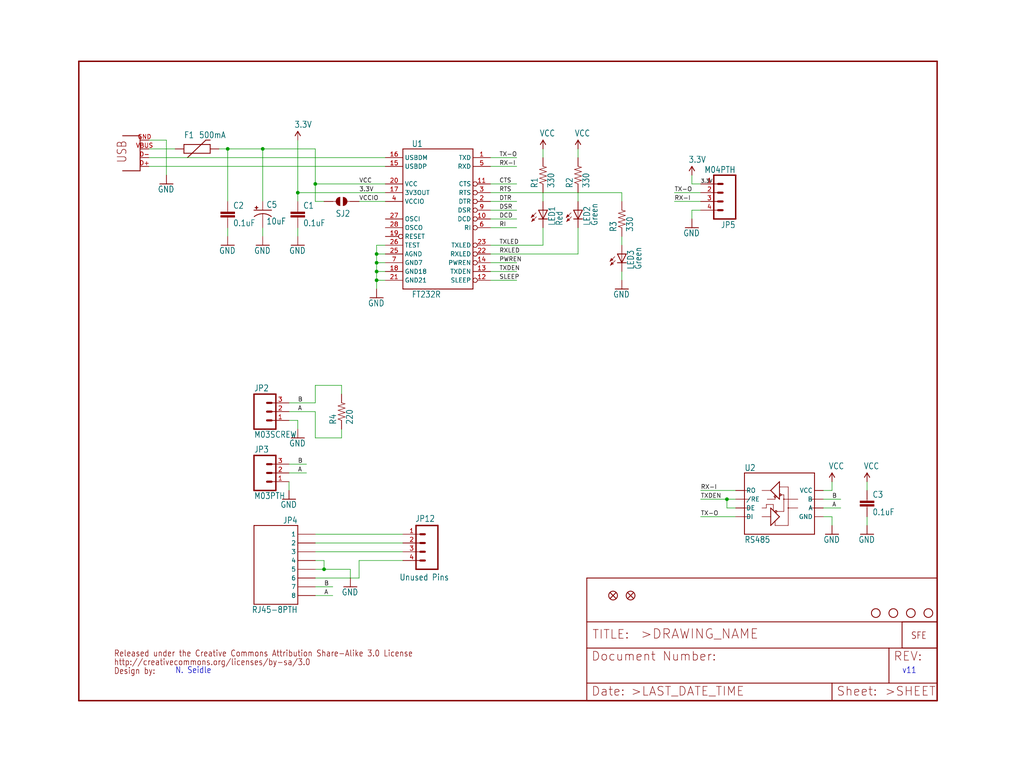
<source format=kicad_sch>
(kicad_sch (version 20211123) (generator eeschema)
  (paper "User" 297.002 223.926)
  (lib_symbols
    (symbol "eagleSchem-eagle-import:CAP0402-CAP"
      (property "Reference" "C" (at 1.524 2.921 0))
      (property "Value" "CAP0402-CAP" (at 1.524 -2.159 0))
      (symbol "CAP0402-CAP_1_0"
        (rectangle (start -2.032 0.508) (end 2.032 1.016) (fill (type outline)))
        (rectangle (start -2.032 1.524) (end 2.032 2.032) (fill (type outline)))
        (polyline (pts (xy 0 0) (xy 0 0.508)) (stroke (width 0.1524)))
        (polyline (pts (xy 0 2.54) (xy 0 2.032)) (stroke (width 0.1524)))
        (pin passive line (at 0 5.08 270) (length 2.54) (name "1") (number "1"))
        (pin passive line (at 0 -2.54 90) (length 2.54) (name "2") (number "2"))
      )
    )
    (symbol "eagleSchem-eagle-import:CAP_POL1206"
      (property "Reference" "C" (at 1.016 0.635 0))
      (property "Value" "CAP_POL1206" (at 1.016 -4.191 0))
      (symbol "CAP_POL1206_1_0"
        (rectangle (start -2.253 0.668) (end -1.364 0.795) (fill (type outline)))
        (rectangle (start -1.872 0.287) (end -1.745 1.176) (fill (type outline)))
        (arc (start 0 -1.0161) (mid -1.3021 -1.2302) (end -2.4669 -1.8504) (stroke (width 0.254)))
        (polyline (pts (xy -2.54 0) (xy 2.54 0)) (stroke (width 0.254)))
        (polyline (pts (xy 0 -1.016) (xy 0 -2.54)) (stroke (width 0.1524)))
        (arc (start 2.4892 -1.8542) (mid 1.3158 -1.2195) (end 0 -1) (stroke (width 0.254)))
        (pin passive line (at 0 2.54 270) (length 2.54) (name "+") (number "A"))
        (pin passive line (at 0 -5.08 90) (length 2.54) (name "-") (number "C"))
      )
    )
    (symbol "eagleSchem-eagle-import:CREATIVE_COMMONS"
      (symbol "CREATIVE_COMMONS_1_0"
        (text "Design by:" (at 0 0 0) (effects (font (size 1.778 1.5113)) (justify left bottom)))
        (text "http://creativecommons.org/licenses/by-sa/3.0" (at 0 2.54 0) (effects (font (size 1.778 1.5113)) (justify left bottom)))
        (text "Released under the Creative Commons Attribution Share-Alike 3.0 License" (at 0 5.08 0) (effects (font (size 1.778 1.5113)) (justify left bottom)))
      )
    )
    (symbol "eagleSchem-eagle-import:FIDUCIAL1X2"
      (symbol "FIDUCIAL1X2_1_0"
        (polyline (pts (xy -0.762 0.762) (xy 0.762 -0.762)) (stroke (width 0.254)))
        (polyline (pts (xy 0.762 0.762) (xy -0.762 -0.762)) (stroke (width 0.254)))
        (circle (center 0 0) (radius 1.27) (stroke (width 0.254)))
      )
    )
    (symbol "eagleSchem-eagle-import:FRAME-LETTER"
      (symbol "FRAME-LETTER_1_0"
        (polyline (pts (xy 0 0) (xy 248.92 0)) (stroke (width 0.4064)))
        (polyline (pts (xy 0 185.42) (xy 0 0)) (stroke (width 0.4064)))
        (polyline (pts (xy 0 185.42) (xy 248.92 185.42)) (stroke (width 0.4064)))
        (polyline (pts (xy 248.92 185.42) (xy 248.92 0)) (stroke (width 0.4064)))
      )
      (symbol "FRAME-LETTER_2_0"
        (polyline (pts (xy 0 0) (xy 0 5.08)) (stroke (width 0.254)))
        (polyline (pts (xy 0 0) (xy 71.12 0)) (stroke (width 0.254)))
        (polyline (pts (xy 0 5.08) (xy 0 15.24)) (stroke (width 0.254)))
        (polyline (pts (xy 0 5.08) (xy 71.12 5.08)) (stroke (width 0.254)))
        (polyline (pts (xy 0 15.24) (xy 0 22.86)) (stroke (width 0.254)))
        (polyline (pts (xy 0 22.86) (xy 0 35.56)) (stroke (width 0.254)))
        (polyline (pts (xy 0 22.86) (xy 101.6 22.86)) (stroke (width 0.254)))
        (polyline (pts (xy 71.12 0) (xy 101.6 0)) (stroke (width 0.254)))
        (polyline (pts (xy 71.12 5.08) (xy 71.12 0)) (stroke (width 0.254)))
        (polyline (pts (xy 71.12 5.08) (xy 87.63 5.08)) (stroke (width 0.254)))
        (polyline (pts (xy 87.63 5.08) (xy 101.6 5.08)) (stroke (width 0.254)))
        (polyline (pts (xy 87.63 15.24) (xy 0 15.24)) (stroke (width 0.254)))
        (polyline (pts (xy 87.63 15.24) (xy 87.63 5.08)) (stroke (width 0.254)))
        (polyline (pts (xy 101.6 5.08) (xy 101.6 0)) (stroke (width 0.254)))
        (polyline (pts (xy 101.6 15.24) (xy 87.63 15.24)) (stroke (width 0.254)))
        (polyline (pts (xy 101.6 15.24) (xy 101.6 5.08)) (stroke (width 0.254)))
        (polyline (pts (xy 101.6 22.86) (xy 101.6 15.24)) (stroke (width 0.254)))
        (polyline (pts (xy 101.6 35.56) (xy 0 35.56)) (stroke (width 0.254)))
        (polyline (pts (xy 101.6 35.56) (xy 101.6 22.86)) (stroke (width 0.254)))
        (text ">DRAWING_NAME" (at 15.494 17.78 0) (effects (font (size 2.7432 2.7432)) (justify left bottom)))
        (text ">LAST_DATE_TIME" (at 12.7 1.27 0) (effects (font (size 2.54 2.54)) (justify left bottom)))
        (text ">SHEET" (at 86.36 1.27 0) (effects (font (size 2.54 2.54)) (justify left bottom)))
        (text "Date:" (at 1.27 1.27 0) (effects (font (size 2.54 2.54)) (justify left bottom)))
        (text "Document Number:" (at 1.27 11.43 0) (effects (font (size 2.54 2.54)) (justify left bottom)))
        (text "REV:" (at 88.9 11.43 0) (effects (font (size 2.54 2.54)) (justify left bottom)))
        (text "Sheet:" (at 72.39 1.27 0) (effects (font (size 2.54 2.54)) (justify left bottom)))
        (text "TITLE:" (at 1.524 17.78 0) (effects (font (size 2.54 2.54)) (justify left bottom)))
      )
    )
    (symbol "eagleSchem-eagle-import:FT232RLSSOP"
      (property "Reference" "IC" (at -7.62 20.828 0))
      (property "Value" "FT232RLSSOP" (at -7.62 -22.86 0))
      (symbol "FT232RLSSOP_1_0"
        (polyline (pts (xy -10.16 -20.32) (xy -10.16 20.32)) (stroke (width 0.254)))
        (polyline (pts (xy -10.16 20.32) (xy 10.16 20.32)) (stroke (width 0.254)))
        (polyline (pts (xy 10.16 -20.32) (xy -10.16 -20.32)) (stroke (width 0.254)))
        (polyline (pts (xy 10.16 20.32) (xy 10.16 -20.32)) (stroke (width 0.254)))
        (pin output line (at 15.24 17.78 180) (length 5.08) (name "TXD") (number "1"))
        (pin input inverted (at 15.24 0 180) (length 5.08) (name "DCD") (number "10"))
        (pin input inverted (at 15.24 10.16 180) (length 5.08) (name "CTS") (number "11"))
        (pin input inverted (at 15.24 -17.78 180) (length 5.08) (name "SLEEP") (number "12"))
        (pin input line (at 15.24 -15.24 180) (length 5.08) (name "TXDEN") (number "13"))
        (pin input inverted (at 15.24 -12.7 180) (length 5.08) (name "PWREN") (number "14"))
        (pin bidirectional line (at -15.24 15.24 0) (length 5.08) (name "USBDP") (number "15"))
        (pin bidirectional line (at -15.24 17.78 0) (length 5.08) (name "USBDM") (number "16"))
        (pin output line (at -15.24 7.62 0) (length 5.08) (name "3V3OUT") (number "17"))
        (pin power_in line (at -15.24 -15.24 0) (length 5.08) (name "GND18") (number "18"))
        (pin input inverted (at -15.24 -5.08 0) (length 5.08) (name "RESET") (number "19"))
        (pin output inverted (at 15.24 5.08 180) (length 5.08) (name "DTR") (number "2"))
        (pin power_in line (at -15.24 10.16 0) (length 5.08) (name "VCC") (number "20"))
        (pin power_in line (at -15.24 -17.78 0) (length 5.08) (name "GND21") (number "21"))
        (pin input inverted (at 15.24 -10.16 180) (length 5.08) (name "RXLED") (number "22"))
        (pin input inverted (at 15.24 -7.62 180) (length 5.08) (name "TXLED") (number "23"))
        (pin power_in line (at -15.24 -10.16 0) (length 5.08) (name "AGND") (number "25"))
        (pin input line (at -15.24 -7.62 0) (length 5.08) (name "TEST") (number "26"))
        (pin input line (at -15.24 0 0) (length 5.08) (name "OSCI") (number "27"))
        (pin output line (at -15.24 -2.54 0) (length 5.08) (name "OSCO") (number "28"))
        (pin output inverted (at 15.24 7.62 180) (length 5.08) (name "RTS") (number "3"))
        (pin power_in line (at -15.24 5.08 0) (length 5.08) (name "VCCIO") (number "4"))
        (pin input line (at 15.24 15.24 180) (length 5.08) (name "RXD") (number "5"))
        (pin input inverted (at 15.24 -2.54 180) (length 5.08) (name "RI") (number "6"))
        (pin power_in line (at -15.24 -12.7 0) (length 5.08) (name "GND7") (number "7"))
        (pin input inverted (at 15.24 2.54 180) (length 5.08) (name "DSR") (number "9"))
      )
    )
    (symbol "eagleSchem-eagle-import:GND" (power)
      (property "Value" "GND" (at -2.54 -2.54 0))
      (symbol "GND_1_0"
        (polyline (pts (xy -1.905 0) (xy 1.905 0)) (stroke (width 0.254)))
        (pin power_in line (at 0 2.54 270) (length 2.54) (name "GND") (number "1"))
      )
    )
    (symbol "eagleSchem-eagle-import:LED0603"
      (property "Reference" "LED" (at 3.556 -4.572 90))
      (property "Value" "LED0603" (at 5.715 -4.572 90))
      (symbol "LED0603_1_0"
        (polyline (pts (xy -2.032 -0.762) (xy -3.429 -2.159)) (stroke (width 0.1524)))
        (polyline (pts (xy -1.905 -1.905) (xy -3.302 -3.302)) (stroke (width 0.1524)))
        (polyline (pts (xy 0 -2.54) (xy -1.27 -2.54)) (stroke (width 0.254)))
        (polyline (pts (xy 0 -2.54) (xy -1.27 0)) (stroke (width 0.254)))
        (polyline (pts (xy 0 0) (xy -1.27 0)) (stroke (width 0.254)))
        (polyline (pts (xy 0 0) (xy 0 -2.54)) (stroke (width 0.1524)))
        (polyline (pts (xy 1.27 -2.54) (xy 0 -2.54)) (stroke (width 0.254)))
        (polyline (pts (xy 1.27 0) (xy 0 -2.54)) (stroke (width 0.254)))
        (polyline (pts (xy 1.27 0) (xy 0 0)) (stroke (width 0.254)))
        (polyline (pts (xy -3.429 -2.159) (xy -3.048 -1.27) (xy -2.54 -1.778)) (fill (type outline)))
        (polyline (pts (xy -3.302 -3.302) (xy -2.921 -2.413) (xy -2.413 -2.921)) (fill (type outline)))
        (pin passive line (at 0 2.54 270) (length 2.54) (name "A") (number "A"))
        (pin passive line (at 0 -5.08 90) (length 2.54) (name "C") (number "C"))
      )
    )
    (symbol "eagleSchem-eagle-import:LOGO-SFENEW"
      (symbol "LOGO-SFENEW_1_0"
        (polyline (pts (xy -2.54 -2.54) (xy 7.62 -2.54)) (stroke (width 0.254)))
        (polyline (pts (xy -2.54 5.08) (xy -2.54 -2.54)) (stroke (width 0.254)))
        (polyline (pts (xy 7.62 -2.54) (xy 7.62 5.08)) (stroke (width 0.254)))
        (polyline (pts (xy 7.62 5.08) (xy -2.54 5.08)) (stroke (width 0.254)))
        (text "SFE" (at 0 0 0) (effects (font (size 1.9304 1.6408)) (justify left bottom)))
      )
    )
    (symbol "eagleSchem-eagle-import:M03PTH"
      (property "Reference" "JP" (at -2.54 5.842 0))
      (property "Value" "M03PTH" (at -2.54 -7.62 0))
      (symbol "M03PTH_1_0"
        (polyline (pts (xy -2.54 5.08) (xy -2.54 -5.08)) (stroke (width 0.4064)))
        (polyline (pts (xy -2.54 5.08) (xy 3.81 5.08)) (stroke (width 0.4064)))
        (polyline (pts (xy 1.27 -2.54) (xy 2.54 -2.54)) (stroke (width 0.6096)))
        (polyline (pts (xy 1.27 0) (xy 2.54 0)) (stroke (width 0.6096)))
        (polyline (pts (xy 1.27 2.54) (xy 2.54 2.54)) (stroke (width 0.6096)))
        (polyline (pts (xy 3.81 -5.08) (xy -2.54 -5.08)) (stroke (width 0.4064)))
        (polyline (pts (xy 3.81 -5.08) (xy 3.81 5.08)) (stroke (width 0.4064)))
        (pin passive line (at 7.62 -2.54 180) (length 5.08) (name "1") (number "1"))
        (pin passive line (at 7.62 0 180) (length 5.08) (name "2") (number "2"))
        (pin passive line (at 7.62 2.54 180) (length 5.08) (name "3") (number "3"))
      )
    )
    (symbol "eagleSchem-eagle-import:M03SCREW"
      (property "Reference" "JP" (at -2.54 5.842 0))
      (property "Value" "M03SCREW" (at -2.54 -7.62 0))
      (symbol "M03SCREW_1_0"
        (polyline (pts (xy -2.54 5.08) (xy -2.54 -5.08)) (stroke (width 0.4064)))
        (polyline (pts (xy -2.54 5.08) (xy 3.81 5.08)) (stroke (width 0.4064)))
        (polyline (pts (xy 1.27 -2.54) (xy 2.54 -2.54)) (stroke (width 0.6096)))
        (polyline (pts (xy 1.27 0) (xy 2.54 0)) (stroke (width 0.6096)))
        (polyline (pts (xy 1.27 2.54) (xy 2.54 2.54)) (stroke (width 0.6096)))
        (polyline (pts (xy 3.81 -5.08) (xy -2.54 -5.08)) (stroke (width 0.4064)))
        (polyline (pts (xy 3.81 -5.08) (xy 3.81 5.08)) (stroke (width 0.4064)))
        (pin passive line (at 7.62 -2.54 180) (length 5.08) (name "1") (number "1"))
        (pin passive line (at 7.62 0 180) (length 5.08) (name "2") (number "2"))
        (pin passive line (at 7.62 2.54 180) (length 5.08) (name "3") (number "3"))
      )
    )
    (symbol "eagleSchem-eagle-import:M04PTH"
      (property "Reference" "JP" (at -5.08 8.382 0))
      (property "Value" "M04PTH" (at -5.08 -7.62 0))
      (symbol "M04PTH_1_0"
        (polyline (pts (xy -5.08 7.62) (xy -5.08 -5.08)) (stroke (width 0.4064)))
        (polyline (pts (xy -5.08 7.62) (xy 1.27 7.62)) (stroke (width 0.4064)))
        (polyline (pts (xy -1.27 -2.54) (xy 0 -2.54)) (stroke (width 0.6096)))
        (polyline (pts (xy -1.27 0) (xy 0 0)) (stroke (width 0.6096)))
        (polyline (pts (xy -1.27 2.54) (xy 0 2.54)) (stroke (width 0.6096)))
        (polyline (pts (xy -1.27 5.08) (xy 0 5.08)) (stroke (width 0.6096)))
        (polyline (pts (xy 1.27 -5.08) (xy -5.08 -5.08)) (stroke (width 0.4064)))
        (polyline (pts (xy 1.27 -5.08) (xy 1.27 7.62)) (stroke (width 0.4064)))
        (pin passive line (at 5.08 -2.54 180) (length 5.08) (name "1") (number "1"))
        (pin passive line (at 5.08 0 180) (length 5.08) (name "2") (number "2"))
        (pin passive line (at 5.08 2.54 180) (length 5.08) (name "3") (number "3"))
        (pin passive line (at 5.08 5.08 180) (length 5.08) (name "4") (number "4"))
      )
    )
    (symbol "eagleSchem-eagle-import:PTCSMD"
      (property "Reference" "F" (at -2.54 3.048 0))
      (property "Value" "PTCSMD" (at -3.302 -5.08 0))
      (symbol "PTCSMD_1_0"
        (polyline (pts (xy -2.54 -1.27) (xy -2.54 1.27)) (stroke (width 0.254)))
        (polyline (pts (xy -2.54 1.27) (xy 5.08 1.27)) (stroke (width 0.254)))
        (polyline (pts (xy -1.524 -2.54) (xy 3.81 2.54)) (stroke (width 0.254)))
        (polyline (pts (xy 3.81 2.54) (xy 5.08 2.54)) (stroke (width 0.254)))
        (polyline (pts (xy 5.08 -1.27) (xy -2.54 -1.27)) (stroke (width 0.254)))
        (polyline (pts (xy 5.08 1.27) (xy 5.08 -1.27)) (stroke (width 0.254)))
        (pin bidirectional line (at -5.08 0 0) (length 2.54) (name "1") (number "1"))
        (pin bidirectional line (at 7.62 0 180) (length 2.54) (name "2") (number "2"))
      )
    )
    (symbol "eagleSchem-eagle-import:RESISTOR0402-RES"
      (property "Reference" "R" (at -3.81 1.4986 0))
      (property "Value" "RESISTOR0402-RES" (at -3.81 -3.302 0))
      (symbol "RESISTOR0402-RES_1_0"
        (polyline (pts (xy -2.54 0) (xy -2.159 1.016)) (stroke (width 0.1524)))
        (polyline (pts (xy -2.159 1.016) (xy -1.524 -1.016)) (stroke (width 0.1524)))
        (polyline (pts (xy -1.524 -1.016) (xy -0.889 1.016)) (stroke (width 0.1524)))
        (polyline (pts (xy -0.889 1.016) (xy -0.254 -1.016)) (stroke (width 0.1524)))
        (polyline (pts (xy -0.254 -1.016) (xy 0.381 1.016)) (stroke (width 0.1524)))
        (polyline (pts (xy 0.381 1.016) (xy 1.016 -1.016)) (stroke (width 0.1524)))
        (polyline (pts (xy 1.016 -1.016) (xy 1.651 1.016)) (stroke (width 0.1524)))
        (polyline (pts (xy 1.651 1.016) (xy 2.286 -1.016)) (stroke (width 0.1524)))
        (polyline (pts (xy 2.286 -1.016) (xy 2.54 0)) (stroke (width 0.1524)))
        (pin passive line (at -5.08 0 0) (length 2.54) (name "1") (number "1"))
        (pin passive line (at 5.08 0 180) (length 2.54) (name "2") (number "2"))
      )
    )
    (symbol "eagleSchem-eagle-import:RJ45-8PTH"
      (property "Value" "RJ45-8PTH" (at -7.62 -12.7 0))
      (symbol "RJ45-8PTH_1_0"
        (polyline (pts (xy -7.62 -10.16) (xy 5.08 -10.16)) (stroke (width 0.254)))
        (polyline (pts (xy -7.62 12.7) (xy -7.62 -10.16)) (stroke (width 0.254)))
        (polyline (pts (xy 5.08 -10.16) (xy 5.08 12.7)) (stroke (width 0.254)))
        (polyline (pts (xy 5.08 12.7) (xy -7.62 12.7)) (stroke (width 0.254)))
        (pin bidirectional line (at -12.7 10.16 0) (length 5.08) (name "1") (number "1"))
        (pin bidirectional line (at -12.7 7.62 0) (length 5.08) (name "2") (number "2"))
        (pin bidirectional line (at -12.7 5.08 0) (length 5.08) (name "3") (number "3"))
        (pin bidirectional line (at -12.7 2.54 0) (length 5.08) (name "4") (number "4"))
        (pin bidirectional line (at -12.7 0 0) (length 5.08) (name "5") (number "5"))
        (pin bidirectional line (at -12.7 -2.54 0) (length 5.08) (name "6") (number "6"))
        (pin bidirectional line (at -12.7 -5.08 0) (length 5.08) (name "7") (number "7"))
        (pin bidirectional line (at -12.7 -7.62 0) (length 5.08) (name "8") (number "8"))
      )
    )
    (symbol "eagleSchem-eagle-import:RS485SOIC"
      (property "Value" "RS485SOIC" (at -7.62 -12.7 0))
      (symbol "RS485SOIC_1_0"
        (polyline (pts (xy -7.62 -10.16) (xy -7.62 -5.08)) (stroke (width 0.254)))
        (polyline (pts (xy -7.62 -5.08) (xy -7.62 -2.54)) (stroke (width 0.254)))
        (polyline (pts (xy -7.62 -5.08) (xy -6.096 -5.08)) (stroke (width 0.1524)))
        (polyline (pts (xy -7.62 -2.54) (xy -7.62 0)) (stroke (width 0.254)))
        (polyline (pts (xy -7.62 -2.54) (xy -6.096 -2.54)) (stroke (width 0.1524)))
        (polyline (pts (xy -7.62 0) (xy -7.62 2.54)) (stroke (width 0.254)))
        (polyline (pts (xy -7.62 0) (xy -6.096 0)) (stroke (width 0.1524)))
        (polyline (pts (xy -7.62 2.54) (xy -7.62 7.62)) (stroke (width 0.254)))
        (polyline (pts (xy -7.62 2.54) (xy -6.096 2.54)) (stroke (width 0.1524)))
        (polyline (pts (xy -7.62 7.62) (xy 12.7 7.62)) (stroke (width 0.254)))
        (polyline (pts (xy -2.54 2.54) (xy 0 2.54)) (stroke (width 0.1524)))
        (polyline (pts (xy -1.27 -2.54) (xy -2.54 -2.54)) (stroke (width 0.1524)))
        (polyline (pts (xy -1.27 -2.54) (xy -1.27 -1.524)) (stroke (width 0.1524)))
        (polyline (pts (xy -1.27 -1.524) (xy 0.762 -1.524)) (stroke (width 0.1524)))
        (polyline (pts (xy 0 -7.62) (xy 1.27 -6.35)) (stroke (width 0.254)))
        (polyline (pts (xy 0 -5.08) (xy -2.54 -5.08)) (stroke (width 0.1524)))
        (polyline (pts (xy 0 -5.08) (xy 0 -7.62)) (stroke (width 0.254)))
        (polyline (pts (xy 0 -2.54) (xy 0 -5.08)) (stroke (width 0.254)))
        (polyline (pts (xy 0 2.54) (xy 2.54 0)) (stroke (width 0.254)))
        (polyline (pts (xy 0.762 -3.302) (xy 0 -2.54)) (stroke (width 0.254)))
        (polyline (pts (xy 0.762 -1.524) (xy 0.762 -3.302)) (stroke (width 0.1524)))
        (polyline (pts (xy 1.27 -7.62) (xy 5.08 -7.62)) (stroke (width 0.1524)))
        (polyline (pts (xy 1.27 -6.35) (xy 1.27 -7.62)) (stroke (width 0.1524)))
        (polyline (pts (xy 1.27 -6.35) (xy 2.54 -5.08)) (stroke (width 0.254)))
        (polyline (pts (xy 1.27 0) (xy -1.016 0)) (stroke (width 0.1524)))
        (polyline (pts (xy 1.27 0.508) (xy 1.27 0)) (stroke (width 0.1524)))
        (polyline (pts (xy 1.778 -3.556) (xy 3.81 -3.556)) (stroke (width 0.1524)))
        (polyline (pts (xy 2.54 -5.08) (xy 0.762 -3.302)) (stroke (width 0.254)))
        (polyline (pts (xy 2.54 3.556) (xy 2.54 0)) (stroke (width 0.254)))
        (polyline (pts (xy 2.54 5.08) (xy 0 2.54)) (stroke (width 0.254)))
        (polyline (pts (xy 2.54 5.08) (xy 2.54 3.556)) (stroke (width 0.254)))
        (polyline (pts (xy 3.81 -3.556) (xy 3.81 0)) (stroke (width 0.1524)))
        (polyline (pts (xy 3.81 0) (xy 3.81 1.27)) (stroke (width 0.1524)))
        (polyline (pts (xy 3.81 0) (xy 7.874 0)) (stroke (width 0.1524)))
        (polyline (pts (xy 3.81 1.27) (xy 3.048 1.27)) (stroke (width 0.1524)))
        (polyline (pts (xy 5.08 -2.54) (xy 5.08 -7.62)) (stroke (width 0.1524)))
        (polyline (pts (xy 5.08 -2.54) (xy 5.08 3.556)) (stroke (width 0.1524)))
        (polyline (pts (xy 5.08 -2.54) (xy 7.874 -2.54)) (stroke (width 0.1524)))
        (polyline (pts (xy 5.08 3.556) (xy 2.54 3.556)) (stroke (width 0.1524)))
        (polyline (pts (xy 12.7 -10.16) (xy -7.62 -10.16)) (stroke (width 0.254)))
        (polyline (pts (xy 12.7 -2.54) (xy 11.176 -2.54)) (stroke (width 0.1524)))
        (polyline (pts (xy 12.7 -2.54) (xy 12.7 -10.16)) (stroke (width 0.254)))
        (polyline (pts (xy 12.7 0) (xy 11.176 0)) (stroke (width 0.1524)))
        (polyline (pts (xy 12.7 0) (xy 12.7 -2.54)) (stroke (width 0.254)))
        (polyline (pts (xy 12.7 7.62) (xy 12.7 0)) (stroke (width 0.254)))
        (circle (center 1.27 0.762) (radius 0.254) (stroke (width 0.254)))
        (circle (center 1.524 -3.556) (radius 0.254) (stroke (width 0.254)))
        (circle (center 2.794 1.27) (radius 0.254) (stroke (width 0.254)))
        (circle (center 3.81 0) (radius 0.127) (stroke (width 0.1524)))
        (circle (center 5.08 -2.54) (radius 0.127) (stroke (width 0.1524)))
        (pin bidirectional line (at -10.16 2.54 0) (length 2.54) (name "RO") (number "1"))
        (pin bidirectional line (at -10.16 0 0) (length 2.54) (name "/RE") (number "2"))
        (pin bidirectional line (at -10.16 -2.54 0) (length 2.54) (name "DE") (number "3"))
        (pin bidirectional line (at -10.16 -5.08 0) (length 2.54) (name "DI") (number "4"))
        (pin bidirectional line (at 15.24 -5.08 180) (length 2.54) (name "GND") (number "5"))
        (pin bidirectional line (at 15.24 -2.54 180) (length 2.54) (name "A") (number "6"))
        (pin bidirectional line (at 15.24 0 180) (length 2.54) (name "B") (number "7"))
        (pin bidirectional line (at 15.24 2.54 180) (length 2.54) (name "VCC") (number "8"))
      )
    )
    (symbol "eagleSchem-eagle-import:SOLDERJUMPERNC2"
      (property "Reference" "SJ" (at -2.54 2.54 0))
      (symbol "SOLDERJUMPERNC2_1_0"
        (arc (start -0.381 1.2699) (mid -1.6508 0) (end -0.381 -1.2699) (stroke (width 0.0001)) (fill (type outline)))
        (polyline (pts (xy -2.54 0) (xy -1.651 0)) (stroke (width 0.1524)))
        (polyline (pts (xy 2.54 0) (xy 1.651 0)) (stroke (width 0.1524)))
        (arc (start 0.381 -1.2699) (mid 1.6508 0) (end 0.381 1.2699) (stroke (width 0.0001)) (fill (type outline)))
        (pin passive line (at -5.08 0 0) (length 2.54) (name "1") (number "1"))
        (pin passive line (at 5.08 0 180) (length 2.54) (name "2") (number "2"))
      )
    )
    (symbol "eagleSchem-eagle-import:STAND-OFF"
      (symbol "STAND-OFF_1_0"
        (circle (center 0 0) (radius 1.27) (stroke (width 0.254)))
      )
    )
    (symbol "eagleSchem-eagle-import:USBSMD"
      (symbol "USBSMD_1_0"
        (polyline (pts (xy 0 -1.27) (xy 5.08 -1.27)) (stroke (width 0.254)))
        (polyline (pts (xy 0 8.89) (xy 0 -1.27)) (stroke (width 0.254)))
        (polyline (pts (xy 5.08 8.89) (xy 0 8.89)) (stroke (width 0.254)))
        (text "USB" (at 3.81 0 900) (effects (font (size 2.54 2.159)) (justify left bottom)))
        (pin bidirectional line (at -2.54 7.62 0) (length 2.54) (name "D+") (number "D+"))
        (pin bidirectional line (at -2.54 5.08 0) (length 2.54) (name "D-") (number "D-"))
        (pin bidirectional line (at -2.54 0 0) (length 2.54) (name "GND") (number "GND"))
        (pin bidirectional line (at -2.54 2.54 0) (length 2.54) (name "VBUS") (number "VBUS"))
      )
    )
    (symbol "eagleSchem-eagle-import:VCC" (power)
      (property "Value" "VCC" (at -1.016 3.556 0))
      (symbol "VCC_1_0"
        (polyline (pts (xy 0 2.54) (xy -0.762 1.27)) (stroke (width 0.254)))
        (polyline (pts (xy 0.762 1.27) (xy 0 2.54)) (stroke (width 0.254)))
        (pin power_in line (at 0 0 90) (length 2.54) (name "VCC") (number "1"))
      )
    )
  )
  (junction (at 93.98 165.1))
  (junction (at 109.22 81.28))
  (junction (at 109.22 78.74))
  (junction (at 91.44 53.34))
  (junction (at 210.82 144.78))
  (junction (at 86.36 55.88))
  (junction (at 66.04 43.18))
  (junction (at 109.22 76.2))
  (junction (at 109.22 73.66))
  (junction (at 76.2 43.18))
  (wire (pts (xy 91.44 172.72) (xy 96.52 172.72)))
  (wire (pts (xy 180.34 71.12) (xy 180.34 68.58)))
  (wire (pts (xy 63.5 43.18) (xy 66.04 43.18)))
  (wire (pts (xy 83.82 137.16) (xy 88.9 137.16)))
  (wire (pts (xy 213.36 142.24) (xy 203.2 142.24)))
  (wire (pts (xy 109.22 81.28) (xy 109.22 78.74)))
  (wire (pts (xy 142.24 45.72) (xy 149.86 45.72)))
  (wire (pts (xy 91.44 154.94) (xy 116.84 154.94)))
  (wire (pts (xy 111.76 45.72) (xy 43.18 45.72)))
  (wire (pts (xy 213.36 144.78) (xy 210.82 144.78)))
  (wire (pts (xy 91.44 167.64) (xy 104.14 167.64)))
  (wire (pts (xy 83.82 121.92) (xy 86.36 121.92)))
  (wire (pts (xy 86.36 66.04) (xy 86.36 68.58)))
  (wire (pts (xy 91.44 43.18) (xy 91.44 53.34)))
  (wire (pts (xy 238.76 147.32) (xy 243.84 147.32)))
  (wire (pts (xy 109.22 76.2) (xy 111.76 76.2)))
  (wire (pts (xy 50.8 43.18) (xy 43.18 43.18)))
  (wire (pts (xy 241.3 149.86) (xy 238.76 149.86)))
  (wire (pts (xy 91.44 116.84) (xy 91.44 111.76)))
  (wire (pts (xy 76.2 43.18) (xy 91.44 43.18)))
  (wire (pts (xy 238.76 144.78) (xy 243.84 144.78)))
  (wire (pts (xy 86.36 40.64) (xy 86.36 55.88)))
  (wire (pts (xy 167.64 73.66) (xy 167.64 66.04)))
  (wire (pts (xy 111.76 78.74) (xy 109.22 78.74)))
  (wire (pts (xy 213.36 147.32) (xy 210.82 147.32)))
  (wire (pts (xy 142.24 53.34) (xy 149.86 53.34)))
  (wire (pts (xy 180.34 81.28) (xy 180.34 78.74)))
  (wire (pts (xy 43.18 40.64) (xy 48.26 40.64)))
  (wire (pts (xy 142.24 60.96) (xy 149.86 60.96)))
  (wire (pts (xy 91.44 157.48) (xy 116.84 157.48)))
  (wire (pts (xy 101.6 165.1) (xy 101.6 167.64)))
  (wire (pts (xy 86.36 55.88) (xy 86.36 58.42)))
  (wire (pts (xy 157.48 43.18) (xy 157.48 45.72)))
  (wire (pts (xy 91.44 165.1) (xy 93.98 165.1)))
  (wire (pts (xy 109.22 71.12) (xy 109.22 73.66)))
  (wire (pts (xy 109.22 73.66) (xy 109.22 76.2)))
  (wire (pts (xy 142.24 58.42) (xy 149.86 58.42)))
  (wire (pts (xy 157.48 55.88) (xy 157.48 58.42)))
  (wire (pts (xy 203.2 53.34) (xy 200.66 53.34)))
  (wire (pts (xy 91.44 58.42) (xy 91.44 53.34)))
  (wire (pts (xy 91.44 160.02) (xy 116.84 160.02)))
  (wire (pts (xy 91.44 170.18) (xy 96.52 170.18)))
  (wire (pts (xy 167.64 55.88) (xy 167.64 58.42)))
  (wire (pts (xy 66.04 66.04) (xy 66.04 68.58)))
  (wire (pts (xy 241.3 142.24) (xy 241.3 139.7)))
  (wire (pts (xy 167.64 43.18) (xy 167.64 45.72)))
  (wire (pts (xy 76.2 68.58) (xy 76.2 66.04)))
  (wire (pts (xy 200.66 53.34) (xy 200.66 50.8)))
  (wire (pts (xy 238.76 142.24) (xy 241.3 142.24)))
  (wire (pts (xy 83.82 116.84) (xy 91.44 116.84)))
  (wire (pts (xy 142.24 78.74) (xy 149.86 78.74)))
  (wire (pts (xy 104.14 162.56) (xy 116.84 162.56)))
  (wire (pts (xy 83.82 139.7) (xy 83.82 142.24)))
  (wire (pts (xy 99.06 127) (xy 99.06 124.46)))
  (wire (pts (xy 210.82 144.78) (xy 203.2 144.78)))
  (wire (pts (xy 142.24 66.04) (xy 149.86 66.04)))
  (wire (pts (xy 99.06 111.76) (xy 99.06 114.3)))
  (wire (pts (xy 66.04 58.42) (xy 66.04 43.18)))
  (wire (pts (xy 210.82 147.32) (xy 210.82 144.78)))
  (wire (pts (xy 142.24 48.26) (xy 149.86 48.26)))
  (wire (pts (xy 251.46 152.4) (xy 251.46 149.86)))
  (wire (pts (xy 180.34 55.88) (xy 180.34 58.42)))
  (wire (pts (xy 109.22 83.82) (xy 109.22 81.28)))
  (wire (pts (xy 142.24 81.28) (xy 149.86 81.28)))
  (wire (pts (xy 91.44 162.56) (xy 93.98 162.56)))
  (wire (pts (xy 203.2 60.96) (xy 200.66 60.96)))
  (wire (pts (xy 111.76 55.88) (xy 86.36 55.88)))
  (wire (pts (xy 157.48 71.12) (xy 157.48 66.04)))
  (wire (pts (xy 203.2 55.88) (xy 195.58 55.88)))
  (wire (pts (xy 76.2 58.42) (xy 76.2 43.18)))
  (wire (pts (xy 111.76 81.28) (xy 109.22 81.28)))
  (wire (pts (xy 91.44 111.76) (xy 99.06 111.76)))
  (wire (pts (xy 142.24 71.12) (xy 157.48 71.12)))
  (wire (pts (xy 86.36 121.92) (xy 86.36 124.46)))
  (wire (pts (xy 48.26 40.64) (xy 48.26 50.8)))
  (wire (pts (xy 142.24 63.5) (xy 149.86 63.5)))
  (wire (pts (xy 83.82 119.38) (xy 91.44 119.38)))
  (wire (pts (xy 93.98 162.56) (xy 93.98 165.1)))
  (wire (pts (xy 111.76 71.12) (xy 109.22 71.12)))
  (wire (pts (xy 142.24 76.2) (xy 149.86 76.2)))
  (wire (pts (xy 203.2 58.42) (xy 195.58 58.42)))
  (wire (pts (xy 200.66 60.96) (xy 200.66 63.5)))
  (wire (pts (xy 142.24 55.88) (xy 180.34 55.88)))
  (wire (pts (xy 104.14 167.64) (xy 104.14 162.56)))
  (wire (pts (xy 142.24 73.66) (xy 167.64 73.66)))
  (wire (pts (xy 109.22 78.74) (xy 109.22 76.2)))
  (wire (pts (xy 241.3 149.86) (xy 241.3 152.4)))
  (wire (pts (xy 93.98 165.1) (xy 101.6 165.1)))
  (wire (pts (xy 91.44 127) (xy 99.06 127)))
  (wire (pts (xy 93.98 58.42) (xy 91.44 58.42)))
  (wire (pts (xy 91.44 119.38) (xy 91.44 127)))
  (wire (pts (xy 104.14 58.42) (xy 111.76 58.42)))
  (wire (pts (xy 66.04 43.18) (xy 76.2 43.18)))
  (wire (pts (xy 109.22 73.66) (xy 111.76 73.66)))
  (wire (pts (xy 213.36 149.86) (xy 203.2 149.86)))
  (wire (pts (xy 251.46 139.7) (xy 251.46 142.24)))
  (wire (pts (xy 111.76 48.26) (xy 43.18 48.26)))
  (wire (pts (xy 83.82 134.62) (xy 88.9 134.62)))
  (wire (pts (xy 91.44 53.34) (xy 111.76 53.34)))
  (text "v11" (at 261.62 195.58 180) (effects (font (size 1.778 1.5113)) (justify left bottom)))
  (text "N. Seidle" (at 50.8 195.58 180) (effects (font (size 1.778 1.5113)) (justify left bottom)))
  (label "RX-I" (at 195.58 58.42 0) (effects (font (size 1.2446 1.2446))))
  (label "VCC" (at 104.14 53.34 0) (effects (font (size 1.2446 1.2446))))
  (label "TX-O" (at 195.58 55.88 0) (effects (font (size 1.2446 1.2446))))
  (label "3.3V" (at 104.14 55.88 0) (effects (font (size 1.2446 1.2446))))
  (label "SLEEP" (at 144.78 81.28 0) (effects (font (size 1.2446 1.2446))))
  (label "TX-O" (at 144.78 45.72 0) (effects (font (size 1.2446 1.2446))))
  (label "DSR" (at 144.78 60.96 0) (effects (font (size 1.2446 1.2446))))
  (label "A" (at 93.98 172.72 0) (effects (font (size 1.2446 1.2446))))
  (label "PWREN" (at 144.78 76.2 0) (effects (font (size 1.2446 1.2446))))
  (label "B" (at 93.98 170.18 0) (effects (font (size 1.2446 1.2446))))
  (label "A" (at 86.36 137.16 0) (effects (font (size 1.2446 1.2446))))
  (label "A" (at 241.3 147.32 0) (effects (font (size 1.2446 1.2446))))
  (label "B" (at 241.3 144.78 0) (effects (font (size 1.2446 1.2446))))
  (label "TXDEN" (at 203.2 144.78 0) (effects (font (size 1.2446 1.2446))))
  (label "A" (at 86.36 119.38 0) (effects (font (size 1.2446 1.2446))))
  (label "RTS" (at 144.78 55.88 0) (effects (font (size 1.2446 1.2446))))
  (label "RX-I" (at 203.2 142.24 0) (effects (font (size 1.2446 1.2446))))
  (label "B" (at 86.36 116.84 0) (effects (font (size 1.2446 1.2446))))
  (label "RI" (at 144.78 66.04 0) (effects (font (size 1.2446 1.2446))))
  (label "RX-I" (at 144.78 48.26 0) (effects (font (size 1.2446 1.2446))))
  (label "TX-O" (at 203.2 149.86 0) (effects (font (size 1.2446 1.2446))))
  (label "3.3V" (at 203.2 53.34 0) (effects (font (size 1.016 1.016))))
  (label "VCCIO" (at 104.14 58.42 0) (effects (font (size 1.2446 1.2446))))
  (label "DTR" (at 144.78 58.42 0) (effects (font (size 1.2446 1.2446))))
  (label "CTS" (at 144.78 53.34 0) (effects (font (size 1.2446 1.2446))))
  (label "RXLED" (at 144.78 73.66 0) (effects (font (size 1.2446 1.2446))))
  (label "B" (at 86.36 134.62 0) (effects (font (size 1.2446 1.2446))))
  (label "TXDEN" (at 144.78 78.74 0) (effects (font (size 1.2446 1.2446))))
  (label "DCD" (at 144.78 63.5 0) (effects (font (size 1.2446 1.2446))))
  (label "TXLED" (at 144.78 71.12 0) (effects (font (size 1.2446 1.2446))))
  (symbol (lib_id "eagleSchem-eagle-import:GND") (at 200.66 66.04 0) (unit 1)
    (property "Reference" "#GND6" (effects hide))
    (property "Value" "GND" (at 198.12 68.58 0) (effects (font (size 1.778 1.5113)) (justify left bottom)))
    (property "Footprint" "eagleSchem:" (effects hide))
  )
  (symbol (lib_id "eagleSchem-eagle-import:RESISTOR0402-RES") (at 167.64 50.8 90) (unit 1)
    (property "Reference" "R2" (at 166.1414 54.61 0) (effects (font (size 1.778 1.5113)) (justify left bottom)))
    (property "Value" "330" (at 170.942 54.61 0) (effects (font (size 1.778 1.5113)) (justify left bottom)))
    (property "Footprint" "eagleSchem:0402-RES" (effects hide))
  )
  (symbol (lib_id "eagleSchem-eagle-import:CREATIVE_COMMONS") (at 33.02 195.58 0) (unit 1)
    (property "Reference" "U$1" (effects hide))
    (property "Value" "CREATIVE_COMMONS" (effects hide))
    (property "Footprint" "eagleSchem:CREATIVE_COMMONS" (effects hide))
  )
  (symbol (lib_id "eagleSchem-eagle-import:VCC") (at 167.64 43.18 0) (unit 1)
    (property "Reference" "#P+4" (effects hide))
    (property "Value" "VCC" (at 166.624 39.624 0) (effects (font (size 1.778 1.5113)) (justify left bottom)))
    (property "Footprint" "eagleSchem:" (effects hide))
  )
  (symbol (lib_id "eagleSchem-eagle-import:CAP0402-CAP") (at 66.04 63.5 0) (unit 1)
    (property "Reference" "C2" (at 67.564 60.579 0) (effects (font (size 1.778 1.5113)) (justify left bottom)))
    (property "Value" "0.1uF" (at 67.564 65.659 0) (effects (font (size 1.778 1.5113)) (justify left bottom)))
    (property "Footprint" "eagleSchem:0402-CAP" (effects hide))
  )
  (symbol (lib_id "eagleSchem-eagle-import:GND") (at 76.2 71.12 0) (unit 1)
    (property "Reference" "#GND8" (effects hide))
    (property "Value" "GND" (at 73.66 73.66 0) (effects (font (size 1.778 1.5113)) (justify left bottom)))
    (property "Footprint" "eagleSchem:" (effects hide))
  )
  (symbol (lib_id "eagleSchem-eagle-import:GND") (at 180.34 83.82 0) (unit 1)
    (property "Reference" "#GND10" (effects hide))
    (property "Value" "GND" (at 177.8 86.36 0) (effects (font (size 1.778 1.5113)) (justify left bottom)))
    (property "Footprint" "eagleSchem:" (effects hide))
  )
  (symbol (lib_id "eagleSchem-eagle-import:M04PTH") (at 208.28 55.88 180) (unit 1)
    (property "Reference" "JP5" (at 213.36 64.262 0) (effects (font (size 1.778 1.5113)) (justify left bottom)))
    (property "Value" "M04PTH" (at 213.36 48.26 0) (effects (font (size 1.778 1.5113)) (justify left bottom)))
    (property "Footprint" "eagleSchem:1X04" (effects hide))
  )
  (symbol (lib_id "eagleSchem-eagle-import:STAND-OFF") (at 269.24 177.8 0) (unit 1)
    (property "Reference" "JP1" (effects hide))
    (property "Value" "STAND-OFF" (effects hide))
    (property "Footprint" "eagleSchem:STAND-OFF" (effects hide))
  )
  (symbol (lib_id "eagleSchem-eagle-import:GND") (at 101.6 170.18 0) (unit 1)
    (property "Reference" "#GND12" (effects hide))
    (property "Value" "GND" (at 99.06 172.72 0) (effects (font (size 1.778 1.5113)) (justify left bottom)))
    (property "Footprint" "eagleSchem:" (effects hide))
  )
  (symbol (lib_id "eagleSchem-eagle-import:STAND-OFF") (at 254 177.8 0) (unit 1)
    (property "Reference" "JP8" (effects hide))
    (property "Value" "STAND-OFF" (effects hide))
    (property "Footprint" "eagleSchem:STAND-OFF" (effects hide))
  )
  (symbol (lib_id "eagleSchem-eagle-import:GND") (at 251.46 154.94 0) (unit 1)
    (property "Reference" "#GND11" (effects hide))
    (property "Value" "GND" (at 248.92 157.48 0) (effects (font (size 1.778 1.5113)) (justify left bottom)))
    (property "Footprint" "eagleSchem:" (effects hide))
  )
  (symbol (lib_id "eagleSchem-eagle-import:FIDUCIAL1X2") (at 177.8 172.72 0) (unit 1)
    (property "Reference" "JP9" (effects hide))
    (property "Value" "FIDUCIAL1X2" (effects hide))
    (property "Footprint" "eagleSchem:FIDUCIAL-1X2" (effects hide))
  )
  (symbol (lib_id "eagleSchem-eagle-import:USBSMD") (at 40.64 40.64 180) (unit 1)
    (property "Reference" "X2" (effects hide))
    (property "Value" "USBSMD" (effects hide))
    (property "Footprint" "eagleSchem:USB-MINIB" (effects hide))
  )
  (symbol (lib_id "eagleSchem-eagle-import:CAP_POL1206") (at 76.2 60.96 0) (unit 1)
    (property "Reference" "C5" (at 77.216 60.325 0) (effects (font (size 1.778 1.5113)) (justify left bottom)))
    (property "Value" "10uF" (at 77.216 65.151 0) (effects (font (size 1.778 1.5113)) (justify left bottom)))
    (property "Footprint" "eagleSchem:EIA3216" (effects hide))
  )
  (symbol (lib_id "eagleSchem-eagle-import:LED0603") (at 167.64 60.96 0) (unit 1)
    (property "Reference" "LED2" (at 171.196 65.532 90) (effects (font (size 1.778 1.5113)) (justify left bottom)))
    (property "Value" "Green" (at 173.355 65.532 90) (effects (font (size 1.778 1.5113)) (justify left bottom)))
    (property "Footprint" "eagleSchem:LED-0603" (effects hide))
  )
  (symbol (lib_id "eagleSchem-eagle-import:RESISTOR0402-RES") (at 157.48 50.8 90) (unit 1)
    (property "Reference" "R1" (at 155.9814 54.61 0) (effects (font (size 1.778 1.5113)) (justify left bottom)))
    (property "Value" "330" (at 160.782 54.61 0) (effects (font (size 1.778 1.5113)) (justify left bottom)))
    (property "Footprint" "eagleSchem:0402-RES" (effects hide))
  )
  (symbol (lib_id "eagleSchem-eagle-import:LED0603") (at 157.48 60.96 0) (unit 1)
    (property "Reference" "LED1" (at 161.036 65.532 90) (effects (font (size 1.778 1.5113)) (justify left bottom)))
    (property "Value" "Red" (at 163.195 65.532 90) (effects (font (size 1.778 1.5113)) (justify left bottom)))
    (property "Footprint" "eagleSchem:LED-0603" (effects hide))
  )
  (symbol (lib_id "eagleSchem-eagle-import:RJ45-8PTH") (at 78.74 165.1 0) (mirror y) (unit 1)
    (property "Reference" "JP4" (at 86.36 151.892 0) (effects (font (size 1.778 1.5113)) (justify left bottom)))
    (property "Value" "RJ45-8PTH" (at 86.36 177.8 0) (effects (font (size 1.778 1.5113)) (justify left bottom)))
    (property "Footprint" "eagleSchem:RJ45-8" (effects hide))
  )
  (symbol (lib_id "eagleSchem-eagle-import:RS485SOIC") (at 223.52 144.78 0) (unit 1)
    (property "Reference" "U2" (at 215.9 136.652 0) (effects (font (size 1.778 1.5113)) (justify left bottom)))
    (property "Value" "RS485" (at 215.9 157.48 0) (effects (font (size 1.778 1.5113)) (justify left bottom)))
    (property "Footprint" "eagleSchem:SO08" (effects hide))
  )
  (symbol (lib_id "eagleSchem-eagle-import:FRAME-LETTER") (at 22.86 203.2 0) (unit 1)
    (property "Reference" "#FRAME1" (effects hide))
    (property "Value" "FRAME-LETTER" (effects hide))
    (property "Footprint" "eagleSchem:" (effects hide))
  )
  (symbol (lib_id "eagleSchem-eagle-import:LOGO-SFENEW") (at 264.16 185.42 0) (unit 1)
    (property "Reference" "U$2" (effects hide))
    (property "Value" "LOGO-SFENEW" (effects hide))
    (property "Footprint" "eagleSchem:SFE-NEW-WEBLOGO" (effects hide))
  )
  (symbol (lib_id "eagleSchem-eagle-import:GND") (at 241.3 154.94 0) (unit 1)
    (property "Reference" "#GND9" (effects hide))
    (property "Value" "GND" (at 238.76 157.48 0) (effects (font (size 1.778 1.5113)) (justify left bottom)))
    (property "Footprint" "eagleSchem:" (effects hide))
  )
  (symbol (lib_id "eagleSchem-eagle-import:GND") (at 66.04 71.12 0) (unit 1)
    (property "Reference" "#GND7" (effects hide))
    (property "Value" "GND" (at 63.5 73.66 0) (effects (font (size 1.778 1.5113)) (justify left bottom)))
    (property "Footprint" "eagleSchem:" (effects hide))
  )
  (symbol (lib_id "eagleSchem-eagle-import:M03PTH") (at 76.2 137.16 0) (unit 1)
    (property "Reference" "JP3" (at 73.66 131.318 0) (effects (font (size 1.778 1.5113)) (justify left bottom)))
    (property "Value" "M03PTH" (at 73.66 144.78 0) (effects (font (size 1.778 1.5113)) (justify left bottom)))
    (property "Footprint" "eagleSchem:1X03" (effects hide))
  )
  (symbol (lib_id "eagleSchem-eagle-import:VCC") (at 251.46 139.7 0) (unit 1)
    (property "Reference" "#P+6" (effects hide))
    (property "Value" "VCC" (at 250.444 136.144 0) (effects (font (size 1.778 1.5113)) (justify left bottom)))
    (property "Footprint" "eagleSchem:" (effects hide))
  )
  (symbol (lib_id "eagleSchem-eagle-import:M04PTH") (at 121.92 157.48 180) (unit 1)
    (property "Reference" "JP12" (at 120.396 151.384 0) (effects (font (size 1.778 1.5113)) (justify right top)))
    (property "Value" "Unused Pins" (at 115.824 168.402 0) (effects (font (size 1.778 1.5113)) (justify right top)))
    (property "Footprint" "eagleSchem:1X04" (effects hide))
  )
  (symbol (lib_id "eagleSchem-eagle-import:RESISTOR0402-RES") (at 99.06 119.38 90) (unit 1)
    (property "Reference" "R4" (at 97.5614 123.19 0) (effects (font (size 1.778 1.5113)) (justify left bottom)))
    (property "Value" "220" (at 102.362 123.19 0) (effects (font (size 1.778 1.5113)) (justify left bottom)))
    (property "Footprint" "eagleSchem:0402-RES" (effects hide))
  )
  (symbol (lib_id "eagleSchem-eagle-import:PTCSMD") (at 55.88 43.18 0) (unit 1)
    (property "Reference" "F1" (at 53.34 40.132 0) (effects (font (size 1.778 1.5113)) (justify left bottom)))
    (property "Value" "500mA" (at 57.658 40.132 0) (effects (font (size 1.778 1.5113)) (justify left bottom)))
    (property "Footprint" "eagleSchem:PTC-1206" (effects hide))
  )
  (symbol (lib_id "eagleSchem-eagle-import:SOLDERJUMPERNC2") (at 99.06 58.42 180) (unit 1)
    (property "Reference" "SJ2" (at 101.6 60.96 0) (effects (font (size 1.778 1.5113)) (justify left bottom)))
    (property "Value" "SOLDERJUMPERNC2" (effects hide))
    (property "Footprint" "eagleSchem:SJ_2S-NOTRACE" (effects hide))
  )
  (symbol (lib_id "eagleSchem-eagle-import:M03SCREW") (at 76.2 119.38 0) (unit 1)
    (property "Reference" "JP2" (at 73.66 113.538 0) (effects (font (size 1.778 1.5113)) (justify left bottom)))
    (property "Value" "M03SCREW" (at 73.66 127 0) (effects (font (size 1.778 1.5113)) (justify left bottom)))
    (property "Footprint" "eagleSchem:SCREWTERMINAL-3.5MM-3" (effects hide))
  )
  (symbol (lib_id "eagleSchem-eagle-import:VCC") (at 241.3 139.7 0) (unit 1)
    (property "Reference" "#P+5" (effects hide))
    (property "Value" "VCC" (at 240.284 136.144 0) (effects (font (size 1.778 1.5113)) (justify left bottom)))
    (property "Footprint" "eagleSchem:" (effects hide))
  )
  (symbol (lib_id "eagleSchem-eagle-import:CAP0402-CAP") (at 251.46 147.32 0) (unit 1)
    (property "Reference" "C3" (at 252.984 144.399 0) (effects (font (size 1.778 1.5113)) (justify left bottom)))
    (property "Value" "0.1uF" (at 252.984 149.479 0) (effects (font (size 1.778 1.5113)) (justify left bottom)))
    (property "Footprint" "eagleSchem:0402-CAP" (effects hide))
  )
  (symbol (lib_id "eagleSchem-eagle-import:GND") (at 83.82 144.78 0) (unit 1)
    (property "Reference" "#GND3" (effects hide))
    (property "Value" "GND" (at 81.28 147.32 0) (effects (font (size 1.778 1.5113)) (justify left bottom)))
    (property "Footprint" "eagleSchem:" (effects hide))
  )
  (symbol (lib_id "eagleSchem-eagle-import:VCC") (at 200.66 50.8 0) (unit 1)
    (property "Reference" "#P+2" (effects hide))
    (property "Value" "3.3V" (at 199.644 47.244 0) (effects (font (size 1.778 1.5113)) (justify left bottom)))
    (property "Footprint" "eagleSchem:" (effects hide))
  )
  (symbol (lib_id "eagleSchem-eagle-import:RESISTOR0402-RES") (at 180.34 63.5 90) (unit 1)
    (property "Reference" "R3" (at 178.8414 67.31 0) (effects (font (size 1.778 1.5113)) (justify left bottom)))
    (property "Value" "330" (at 183.642 67.31 0) (effects (font (size 1.778 1.5113)) (justify left bottom)))
    (property "Footprint" "eagleSchem:0402-RES" (effects hide))
  )
  (symbol (lib_id "eagleSchem-eagle-import:VCC") (at 157.48 43.18 0) (unit 1)
    (property "Reference" "#P+3" (effects hide))
    (property "Value" "VCC" (at 156.464 39.624 0) (effects (font (size 1.778 1.5113)) (justify left bottom)))
    (property "Footprint" "eagleSchem:" (effects hide))
  )
  (symbol (lib_id "eagleSchem-eagle-import:FIDUCIAL1X2") (at 182.88 172.72 0) (unit 1)
    (property "Reference" "JP10" (effects hide))
    (property "Value" "FIDUCIAL1X2" (effects hide))
    (property "Footprint" "eagleSchem:FIDUCIAL-1X2" (effects hide))
  )
  (symbol (lib_id "eagleSchem-eagle-import:VCC") (at 86.36 40.64 0) (unit 1)
    (property "Reference" "#P+1" (effects hide))
    (property "Value" "3.3V" (at 85.344 37.084 0) (effects (font (size 1.778 1.5113)) (justify left bottom)))
    (property "Footprint" "eagleSchem:" (effects hide))
  )
  (symbol (lib_id "eagleSchem-eagle-import:GND") (at 48.26 53.34 0) (unit 1)
    (property "Reference" "#GND5" (effects hide))
    (property "Value" "GND" (at 45.72 55.88 0) (effects (font (size 1.778 1.5113)) (justify left bottom)))
    (property "Footprint" "eagleSchem:" (effects hide))
  )
  (symbol (lib_id "eagleSchem-eagle-import:GND") (at 86.36 71.12 0) (unit 1)
    (property "Reference" "#GND1" (effects hide))
    (property "Value" "GND" (at 83.82 73.66 0) (effects (font (size 1.778 1.5113)) (justify left bottom)))
    (property "Footprint" "eagleSchem:" (effects hide))
  )
  (symbol (lib_id "eagleSchem-eagle-import:GND") (at 109.22 86.36 0) (unit 1)
    (property "Reference" "#GND2" (effects hide))
    (property "Value" "GND" (at 106.68 88.9 0) (effects (font (size 1.778 1.5113)) (justify left bottom)))
    (property "Footprint" "eagleSchem:" (effects hide))
  )
  (symbol (lib_id "eagleSchem-eagle-import:CAP0402-CAP") (at 86.36 63.5 0) (unit 1)
    (property "Reference" "C1" (at 87.884 60.579 0) (effects (font (size 1.778 1.5113)) (justify left bottom)))
    (property "Value" "0.1uF" (at 87.884 65.659 0) (effects (font (size 1.778 1.5113)) (justify left bottom)))
    (property "Footprint" "eagleSchem:0402-CAP" (effects hide))
  )
  (symbol (lib_id "eagleSchem-eagle-import:LED0603") (at 180.34 73.66 0) (unit 1)
    (property "Reference" "LED3" (at 183.896 78.232 90) (effects (font (size 1.778 1.5113)) (justify left bottom)))
    (property "Value" "Green" (at 186.055 78.232 90) (effects (font (size 1.778 1.5113)) (justify left bottom)))
    (property "Footprint" "eagleSchem:LED-0603" (effects hide))
  )
  (symbol (lib_id "eagleSchem-eagle-import:FRAME-LETTER") (at 170.18 203.2 0) (unit 2)
    (property "Reference" "#FRAME1" (effects hide))
    (property "Value" "FRAME-LETTER" (effects hide))
    (property "Footprint" "eagleSchem:" (effects hide))
  )
  (symbol (lib_id "eagleSchem-eagle-import:FT232RLSSOP") (at 127 63.5 0) (unit 1)
    (property "Reference" "U1" (at 119.38 42.672 0) (effects (font (size 1.778 1.5113)) (justify left bottom)))
    (property "Value" "FT232R" (at 119.38 86.36 0) (effects (font (size 1.778 1.5113)) (justify left bottom)))
    (property "Footprint" "eagleSchem:SSOP28DB" (effects hide))
  )
  (symbol (lib_id "eagleSchem-eagle-import:GND") (at 86.36 127 0) (unit 1)
    (property "Reference" "#GND4" (effects hide))
    (property "Value" "GND" (at 83.82 129.54 0) (effects (font (size 1.778 1.5113)) (justify left bottom)))
    (property "Footprint" "eagleSchem:" (effects hide))
  )
  (symbol (lib_id "eagleSchem-eagle-import:STAND-OFF") (at 264.16 177.8 0) (unit 1)
    (property "Reference" "JP6" (effects hide))
    (property "Value" "STAND-OFF" (effects hide))
    (property "Footprint" "eagleSchem:STAND-OFF" (effects hide))
  )
  (symbol (lib_id "eagleSchem-eagle-import:STAND-OFF") (at 259.08 177.8 0) (unit 1)
    (property "Reference" "JP7" (effects hide))
    (property "Value" "STAND-OFF" (effects hide))
    (property "Footprint" "eagleSchem:STAND-OFF" (effects hide))
  )
)
</source>
